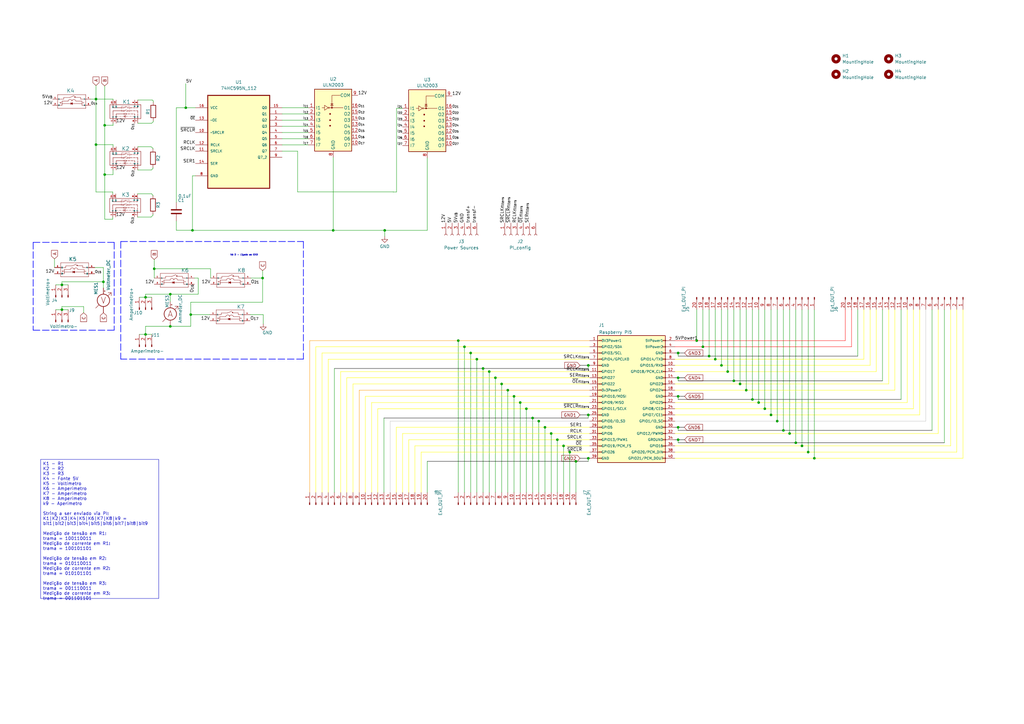
<source format=kicad_sch>
(kicad_sch (version 20231120) (generator "eeschema") (generator_version "8.0")
  (paper "A3")
  (junction (at 321.31 176.53))
  (junction (at 200.66 152.4))
  (junction (at 187.96 139.7))
  (junction (at 220.98 172.72))
  (junction (at 306.07 160.02))
  (junction (at 328.93 182.88))
  (junction (at 326.39 181.61))
  (junction (at 278.13 175.26))
  (junction (at 278.13 180.34))
  (junction (at 76.2 44.196))
  (junction (at 308.61 163.83))
  (junction (at 195.58 147.32))
  (junction (at 231.14 182.88))
  (junction (at 25.4 127))
  (junction (at 311.15 165.1))
  (junction (at 233.68 185.42))
  (junction (at 25.4 116.84))
  (junction (at 203.2 154.94))
  (junction (at 300.99 156.21))
  (junction (at 218.44 171.45))
  (junction (at 42.418 115.6031))
  (junction (at 42.926 51.3842))
  (junction (at 39.37 40.64))
  (junction (at 59.69 137.16))
  (junction (at 285.75 139.7))
  (junction (at 190.5 142.24))
  (junction (at 288.29 142.24))
  (junction (at 303.53 157.48))
  (junction (at 334.01 187.96))
  (junction (at 241.3 149.86))
  (junction (at 313.69 167.64))
  (junction (at 59.69 121.92))
  (junction (at 293.37 147.32))
  (junction (at 39.37 59.309))
  (junction (at 78.9432 94.4626))
  (junction (at 331.47 185.42))
  (junction (at 241.3 187.96))
  (junction (at 241.3 170.18))
  (junction (at 210.82 162.56))
  (junction (at 213.36 165.1))
  (junction (at 223.52 175.26))
  (junction (at 298.45 152.4))
  (junction (at 107.696 114.046))
  (junction (at 318.77 172.72))
  (junction (at 226.06 177.8))
  (junction (at 78.232 129.032))
  (junction (at 228.6 180.34))
  (junction (at 69.85 120.65))
  (junction (at 236.22 189.23))
  (junction (at 323.85 177.8))
  (junction (at 42.9329 71.6026))
  (junction (at 208.28 160.02))
  (junction (at 157.7848 94.488))
  (junction (at 215.9 167.64))
  (junction (at 278.13 162.56))
  (junction (at 63.246 110.236))
  (junction (at 198.12 151.13))
  (junction (at 295.91 149.86))
  (junction (at 278.13 144.78))
  (junction (at 193.04 144.78))
  (junction (at 136.652 94.488))
  (junction (at 278.13 154.94))
  (junction (at 69.85 133.858))
  (junction (at 290.83 146.05))
  (junction (at 205.74 157.48))
  (junction (at 316.23 170.18))
  (wire (pts (xy 298.45 127) (xy 298.45 152.4)))
  (wire (pts (xy 237.871 187.96) (xy 241.3 187.96)) (stroke (width 0) (color 0 0 0 1)))
  (wire (pts (xy 136.652 94.488) (xy 157.7848 94.488)))
  (wire (pts (xy 384.81 177.8) (xy 384.81 127)) (stroke (width 0) (color 255 255 0 1)))
  (wire (pts (xy 56.388 79.502) (xy 62.23 79.502)))
  (wire (pts (xy 276.86 182.88) (xy 328.93 182.88)) (stroke (width 0) (color 255 255 0 1)))
  (wire (pts (xy 165.1 177.8) (xy 165.1 201.93)) (stroke (width 0) (color 255 255 0 1)))
  (wire (pts (xy 326.39 127) (xy 326.39 181.61)))
  (wire (pts (xy 62.738 88.265) (xy 61.976 89.027)))
  (wire (pts (xy 42.926 71.6026) (xy 42.9329 71.6026)))
  (wire (pts (xy 276.86 185.42) (xy 331.47 185.42)) (stroke (width 0) (color 255 255 0 1)))
  (wire (pts (xy 132.08 144.78) (xy 193.04 144.78)) (stroke (width 0) (color 255 255 0 1)))
  (wire (pts (xy 162.6362 44.45) (xy 165.1 44.45)))
  (wire (pts (xy 323.85 127) (xy 323.85 177.8)))
  (wire (pts (xy 318.77 172.72) (xy 379.73 172.72)) (stroke (width 0) (color 194 194 194 1)))
  (wire (pts (xy 346.71 139.7) (xy 346.71 127)) (stroke (width 0) (color 255 0 0 1)))
  (wire (pts (xy 115.697 54.356) (xy 126.492 54.356)))
  (wire (pts (xy 172.72 185.42) (xy 233.68 185.42)) (stroke (width 0) (color 255 255 0 1)))
  (wire (pts (xy 115.697 59.436) (xy 126.492 59.436)))
  (wire (pts (xy 59.69 137.16) (xy 59.69 133.858)))
  (wire (pts (xy 213.36 165.1) (xy 213.36 201.93)))
  (wire (pts (xy 290.83 127) (xy 290.83 146.05)))
  (wire (pts (xy 62.738 60.833) (xy 61.976 60.198)))
  (wire (pts (xy 369.57 163.83) (xy 308.61 163.83)) (stroke (width 0) (color 0 0 0 1)))
  (wire (pts (xy 22.86 127) (xy 25.4 127)))
  (wire (pts (xy 78.232 133.858) (xy 78.232 129.032)))
  (wire (pts (xy 59.69 137.16) (xy 62.23 137.16)))
  (wire (pts (xy 57.15 121.92) (xy 59.69 121.92)))
  (wire (pts (xy 223.52 175.26) (xy 223.52 201.93)))
  (wire (pts (xy 190.5 142.24) (xy 241.808 142.24)) (stroke (width 0) (color 255 255 0 1)))
  (wire (pts (xy 86.36 114.046) (xy 86.36 110.236)))
  (wire (pts (xy 142.24 154.94) (xy 203.2 154.94)) (stroke (width 0) (color 255 255 0 1)))
  (wire (pts (xy 200.66 152.4) (xy 200.66 201.93)))
  (wire (pts (xy 63.246 110.236) (xy 63.246 114.046)))
  (wire (pts (xy 278.13 156.21) (xy 278.13 154.94)))
  (wire (pts (xy 38.862 109.728) (xy 42.418 109.728)))
  (wire (pts (xy 213.36 165.1) (xy 241.808 165.1)) (stroke (width 0) (color 255 255 0 1)))
  (wire (pts (xy 167.64 180.34) (xy 167.64 201.93)) (stroke (width 0) (color 255 255 0 1)))
  (wire (pts (xy 162.56 175.26) (xy 162.56 201.93)) (stroke (width 0) (color 255 255 0 1)))
  (wire (pts (xy 69.85 133.858) (xy 78.232 133.858)))
  (wire (pts (xy 62.865 41.402) (xy 62.484 41.021)))
  (wire (pts (xy 56.515 41.021) (xy 62.484 41.021)))
  (wire (pts (xy 22.352 106.172) (xy 22.352 109.728)))
  (wire (pts (xy 49.53 99.06) (xy 124.4346 99.06)) (stroke (width 0.254) (type dash) (color 0 0 255 1)))
  (wire (pts (xy 276.86 147.32) (xy 293.37 147.32)) (stroke (width 0) (color 255 255 0 1)))
  (wire (pts (xy 46.3296 51.3588) (xy 46.355 51.3588)))
  (wire (pts (xy 349.25 142.24) (xy 349.25 127)) (stroke (width 0) (color 255 0 0 1)))
  (wire (pts (xy 39.37 35.052) (xy 39.37 40.64)))
  (wire (pts (xy 69.85 120.65) (xy 59.69 120.65)))
  (wire (pts (xy 288.29 127) (xy 288.29 142.24)))
  (wire (pts (xy 46.355 59.309) (xy 39.37 59.309)))
  (wire (pts (xy 210.82 162.56) (xy 210.82 201.93)))
  (wire (pts (xy 276.86 167.64) (xy 313.69 167.64)) (stroke (width 0) (color 255 255 0 1)))
  (wire (pts (xy 154.94 167.64) (xy 215.9 167.64)) (stroke (width 0) (color 255 255 0 1)))
  (wire (pts (xy 276.86 152.4) (xy 298.45 152.4)) (stroke (width 0) (color 255 255 0 1)))
  (wire (pts (xy 236.22 189.23) (xy 241.3 189.23)) (stroke (width 0) (color 0 0 0 1)))
  (wire (pts (xy 361.95 156.21) (xy 300.99 156.21)) (stroke (width 0) (color 0 0 0 1)))
  (wire (pts (xy 78.9432 94.4626) (xy 78.9432 94.488)))
  (wire (pts (xy 326.39 181.61) (xy 278.13 181.61)) (stroke (width 0) (color 0 0 0 1)))
  (wire (pts (xy 237.871 149.86) (xy 241.3 149.86)) (stroke (width 0) (color 0 0 0 1)))
  (wire (pts (xy 220.98 172.72) (xy 220.98 201.93)))
  (wire (pts (xy 278.13 181.61) (xy 278.13 180.34)))
  (wire (pts (xy 175.26 201.93) (xy 175.26 189.23)))
  (wire (pts (xy 157.48 201.93) (xy 157.48 171.45)))
  (wire (pts (xy 233.68 185.42) (xy 241.808 185.42)) (stroke (width 0) (color 255 255 0 1)))
  (wire (pts (xy 226.06 177.8) (xy 241.808 177.8)) (stroke (width 0) (color 255 255 0 1)))
  (wire (pts (xy 313.69 167.64) (xy 374.65 167.64)) (stroke (width 0) (color 255 255 0 1)))
  (wire (pts (xy 278.13 175.26) (xy 280.67 175.26)) (stroke (width 0) (color 0 0 0 1)))
  (wire (pts (xy 226.06 177.8) (xy 226.06 201.93)))
  (wire (pts (xy 25.4 116.84) (xy 25.4 115.6031)))
  (wire (pts (xy 134.62 147.32) (xy 134.62 201.93)) (stroke (width 0) (color 255 255 0 1)))
  (wire (pts (xy 298.45 152.4) (xy 359.41 152.4)) (stroke (width 0) (color 255 255 0 1)))
  (wire (pts (xy 59.69 133.858) (xy 69.85 133.858)))
  (wire (pts (xy 394.97 187.96) (xy 394.97 127)) (stroke (width 0) (color 255 255 0 1)))
  (wire (pts (xy 328.93 127) (xy 328.93 182.88)))
  (wire (pts (xy 195.58 147.32) (xy 241.808 147.32)) (stroke (width 0) (color 255 255 0 1)))
  (wire (pts (xy 328.93 182.88) (xy 389.89 182.88)) (stroke (width 0) (color 255 255 0 1)))
  (wire (pts (xy 359.41 152.4) (xy 359.41 127)) (stroke (width 0) (color 255 255 0 1)))
  (wire (pts (xy 46.355 51.3588) (xy 46.355 50.546)))
  (wire (pts (xy 321.31 127) (xy 321.31 176.53)))
  (wire (pts (xy 69.85 120.65) (xy 69.85 123.698)))
  (wire (pts (xy 392.43 185.42) (xy 392.43 127)) (stroke (width 0) (color 255 255 0 1)))
  (wire (pts (xy 59.69 121.92) (xy 62.23 121.92)))
  (wire (pts (xy 161.3408 78.74) (xy 161.3408 78.7146)))
  (wire (pts (xy 122.047 61.976) (xy 122.047 78.7146)))
  (wire (pts (xy 228.6 180.34) (xy 228.6 201.93)))
  (wire (pts (xy 157.48 171.45) (xy 218.44 171.45)) (stroke (width 0) (color 0 0 0 1)))
  (wire (pts (xy 107.696 123.952) (xy 78.232 123.952)))
  (wire (pts (xy 42.926 35.2298) (xy 42.926 51.3842)))
  (wire (pts (xy 170.18 182.88) (xy 231.14 182.88)) (stroke (width 0) (color 255 255 0 1)))
  (wire (pts (xy 86.36 110.236) (xy 63.246 110.236)))
  (wire (pts (xy 295.91 127) (xy 295.91 149.86)))
  (wire (pts (xy 175.26 189.23) (xy 236.22 189.23)) (stroke (width 0) (color 0 0 0 1)))
  (wire (pts (xy 306.07 160.02) (xy 367.03 160.02)) (stroke (width 0) (color 255 255 0 1)))
  (wire (pts (xy 132.08 144.78) (xy 132.08 201.93)) (stroke (width 0) (color 255 255 0 1)))
  (wire (pts (xy 167.64 180.34) (xy 228.6 180.34)) (stroke (width 0) (color 255 255 0 1)))
  (wire (pts (xy 241.3 151.13) (xy 241.3 149.86)))
  (wire (pts (xy 42.926 51.3842) (xy 46.3296 51.3842)))
  (wire (pts (xy 79.756 114.046) (xy 81.28 114.046)))
  (wire (pts (xy 354.33 147.32) (xy 354.33 127)) (stroke (width 0) (color 255 255 0 1)))
  (wire (pts (xy 56.515 69.723) (xy 62.103 69.723)))
  (wire (pts (xy 278.13 154.94) (xy 280.797 154.94)) (stroke (width 0) (color 0 0 0 1)))
  (wire (pts (xy 62.738 68.707) (xy 62.738 69.088)))
  (wire (pts (xy 46.355 60.198) (xy 46.355 59.309)))
  (wire (pts (xy 46.228 78.74) (xy 46.228 79.502)))
  (wire (pts (xy 78.232 129.032) (xy 86.106 129.032)))
  (wire (pts (xy 46.8376 99.3902) (xy 46.8376 135.4328)) (stroke (width 0.254) (type dash) (color 0 0 255 1)))
  (wire (pts (xy 351.79 127) (xy 351.79 146.05)))
  (wire (pts (xy 122.047 78.7146) (xy 161.3408 78.7146)))
  (wire (pts (xy 237.871 170.18) (xy 241.3 170.18)) (stroke (width 0) (color 0 0 0 1)))
  (wire (pts (xy 129.54 142.24) (xy 129.54 201.93)) (stroke (width 0) (color 255 255 0 1)))
  (wire (pts (xy 187.96 139.7) (xy 241.808 139.7)) (stroke (width 0) (color 255 153 0 1)))
  (wire (pts (xy 241.3 189.23) (xy 241.3 187.96)))
  (wire (pts (xy 215.9 167.64) (xy 215.9 201.93)))
  (wire (pts (xy 62.865 49.911) (xy 62.23 50.546)))
  (wire (pts (xy 233.68 185.42) (xy 233.68 201.93)))
  (wire (pts (xy 218.44 171.45) (xy 218.44 201.93)))
  (wire (pts (xy 127 139.7) (xy 127 201.93)) (stroke (width 0) (color 255 153 0 1)))
  (wire (pts (xy 278.13 176.53) (xy 278.13 175.26)))
  (wire (pts (xy 361.95 127) (xy 361.95 156.21)))
  (wire (pts (xy 34.29 125.73) (xy 25.4 125.73)))
  (wire (pts (xy 377.19 170.18) (xy 377.19 127)) (stroke (width 0) (color 255 255 0 1)))
  (wire (pts (xy 39.37 78.74) (xy 46.228 78.74)))
  (wire (pts (xy 139.7 152.4) (xy 139.7 201.93)) (stroke (width 0) (color 255 255 0 1)))
  (wire (pts (xy 285.75 127) (xy 285.75 139.7)))
  (wire (pts (xy 372.11 165.1) (xy 372.11 127)) (stroke (width 0) (color 255 255 0 1)))
  (wire (pts (xy 198.12 151.13) (xy 198.12 201.93)))
  (wire (pts (xy 76.2 44.196) (xy 80.137 44.196)))
  (wire (pts (xy 137.16 201.93) (xy 137.16 151.13)))
  (wire (pts (xy 115.697 49.276) (xy 126.492 49.276)))
  (wire (pts (xy 321.31 176.53) (xy 278.13 176.53)) (stroke (width 0) (color 0 0 0 1)))
  (wire (pts (xy 331.47 185.42) (xy 392.43 185.42)) (stroke (width 0) (color 255 255 0 1)))
  (wire (pts (xy 107.696 110.998) (xy 107.696 114.046)))
  (wire (pts (xy 72.3392 94.4626) (xy 78.9432 94.4626)))
  (wire (pts (xy 223.52 175.26) (xy 241.808 175.26)) (stroke (width 0) (color 255 255 0 1)))
  (wire (pts (xy 39.37 59.309) (xy 39.37 78.74)))
  (wire (pts (xy 293.37 147.32) (xy 354.33 147.32)) (stroke (width 0) (color 255 255 0 1)))
  (wire (pts (xy 205.74 157.48) (xy 241.808 157.48)) (stroke (width 0) (color 255 255 0 1)))
  (wire (pts (xy 303.53 157.48) (xy 364.49 157.48)) (stroke (width 0) (color 255 255 0 1)))
  (wire (pts (xy 303.53 127) (xy 303.53 157.48)))
  (wire (pts (xy 236.22 189.23) (xy 236.22 201.93)))
  (wire (pts (xy 46.3296 51.3588) (xy 46.3296 51.3842)))
  (wire (pts (xy 203.2 154.94) (xy 241.808 154.94)) (stroke (width 0) (color 255 255 0 1)))
  (wire (pts (xy 220.98 172.72) (xy 241.808 172.72)) (stroke (width 0) (color 194 194 194 1)))
  (wire (pts (xy 276.86 175.26) (xy 278.13 175.26)) (stroke (width 0) (color 0 0 0 1)))
  (wire (pts (xy 278.13 180.34) (xy 280.797 180.34)) (stroke (width 0) (color 0 0 0 1)))
  (wire (pts (xy 241.3 187.96) (xy 241.808 187.96)) (stroke (width 0) (color 0 0 0 1)))
  (wire (pts (xy 323.85 177.8) (xy 384.81 177.8)) (stroke (width 0) (color 255 255 0 1)))
  (wire (pts (xy 215.9 167.64) (xy 241.808 167.64)) (stroke (width 0) (color 255 255 0 1)))
  (wire (pts (xy 42.9329 71.6026) (xy 46.355 71.6026)))
  (wire (pts (xy 318.77 127) (xy 318.77 172.72)))
  (wire (pts (xy 102.87 114.046) (xy 107.696 114.046)))
  (wire (pts (xy 374.65 167.64) (xy 374.65 127)) (stroke (width 0) (color 255 255 0 1)))
  (wire (pts (xy 308.61 163.83) (xy 278.13 163.83)) (stroke (width 0) (color 0 0 0 1)))
  (wire (pts (xy 42.418 115.6031) (xy 42.418 118.11)))
  (wire (pts (xy 34.29 128.27) (xy 34.29 125.73)))
  (wire (pts (xy 316.23 170.18) (xy 377.19 170.18)) (stroke (width 0) (color 255 255 0 1)))
  (wire (pts (xy 193.04 144.78) (xy 193.04 201.93)))
  (wire (pts (xy 152.4 165.1) (xy 152.4 201.93)) (stroke (width 0) (color 255 255 0 1)))
  (wire (pts (xy 162.56 175.26) (xy 223.52 175.26)) (stroke (width 0) (color 255 255 0 1)))
  (wire (pts (xy 356.87 149.86) (xy 356.87 127)) (stroke (width 0) (color 255 255 0 1)))
  (wire (pts (xy 149.86 162.56) (xy 149.86 201.93)) (stroke (width 0) (color 255 255 0 1)))
  (wire (pts (xy 149.86 162.56) (xy 210.82 162.56)) (stroke (width 0) (color 255 255 0 1)))
  (wire (pts (xy 129.54 142.24) (xy 190.5 142.24)) (stroke (width 0) (color 255 255 0 1)))
  (wire (pts (xy 46.355 40.64) (xy 46.355 41.021)))
  (wire (pts (xy 276.86 180.34) (xy 278.13 180.34)) (stroke (width 0) (color 0 0 0 1)))
  (wire (pts (xy 62.738 80.137) (xy 62.23 79.502)))
  (wire (pts (xy 276.86 165.1) (xy 311.15 165.1)) (stroke (width 0) (color 255 255 0 1)))
  (wire (pts (xy 62.738 61.087) (xy 62.738 60.833)))
  (wire (pts (xy 62.738 69.088) (xy 62.103 69.723)))
  (wire (pts (xy 210.82 162.56) (xy 241.808 162.56)) (stroke (width 0) (color 255 255 0 1)))
  (wire (pts (xy 316.23 127) (xy 316.23 170.18)))
  (wire (pts (xy 187.96 139.7) (xy 187.96 201.93)))
  (wire (pts (xy 308.61 127) (xy 308.61 163.83)))
  (wire (pts (xy 46.8376 135.4328) (xy 13.6144 135.4328)) (stroke (width 0.254) (type dash) (color 0 0 255 1)))
  (wire (pts (xy 276.86 144.78) (xy 278.13 144.78)) (stroke (width 0) (color 0 0 0 1)))
  (wire (pts (xy 49.53 99.06) (xy 49.53 147.2946)) (stroke (width 0.254) (type dash) (color 0 0 255 1)))
  (wire (pts (xy 276.86 139.7) (xy 285.75 139.7)) (stroke (width 0) (color 255 0 0 1)))
  (wire (pts (xy 72.3392 90.6272) (xy 72.3392 94.4626)))
  (wire (pts (xy 170.18 182.88) (xy 170.18 201.93)) (stroke (width 0) (color 255 255 0 1)))
  (wire (pts (xy 203.2 154.94) (xy 203.2 201.93)))
  (wire (pts (xy 134.62 147.32) (xy 195.58 147.32)) (stroke (width 0) (color 255 255 0 1)))
  (wire (pts (xy 334.01 187.96) (xy 394.97 187.96)) (stroke (width 0) (color 255 255 0 1)))
  (wire (pts (xy 42.418 109.728) (xy 42.418 115.6031)))
  (wire (pts (xy 172.72 185.42) (xy 172.72 201.93)) (stroke (width 0) (color 255 255 0 1)))
  (wire (pts (xy 295.91 149.86) (xy 356.87 149.86)) (stroke (width 0) (color 255 255 0 1)))
  (wire (pts (xy 115.697 44.196) (xy 126.492 44.196)))
  (wire (pts (xy 311.15 127) (xy 311.15 165.1)))
  (wire (pts (xy 124.4346 99.06) (xy 124.4346 147.2946)) (stroke (width 0.254) (type dash) (color 0 0 255 1)))
  (wire (pts (xy 160.02 172.72) (xy 220.98 172.72)) (stroke (width 0) (color 194 194 194 1)))
  (wire (pts (xy 127 139.7) (xy 187.96 139.7)) (stroke (width 0) (color 255 153 0 1)))
  (wire (pts (xy 285.75 139.7) (xy 346.71 139.7)) (stroke (width 0) (color 255 0 0 1)))
  (wire (pts (xy 306.07 127) (xy 306.07 160.02)))
  (wire (pts (xy 293.37 127) (xy 293.37 147.32)))
  (wire (pts (xy 81.28 114.046) (xy 81.28 120.65)))
  (wire (pts (xy 198.12 151.13) (xy 241.3 151.13)) (stroke (width 0) (color 0 0 0 1)))
  (wire (pts (xy 115.697 61.976) (xy 122.047 61.976)))
  (wire (pts (xy 367.03 160.02) (xy 367.03 127)) (stroke (width 0) (color 255 255 0 1)))
  (wire (pts (xy 334.01 127) (xy 334.01 187.96)))
  (wire (pts (xy 42.9329 89.916) (xy 42.9329 71.6026)))
  (wire (pts (xy 154.94 167.64) (xy 154.94 201.93)) (stroke (width 0) (color 255 255 0 1)))
  (wire (pts (xy 72.3392 44.196) (xy 76.2 44.196)))
  (wire (pts (xy 382.27 176.53) (xy 321.31 176.53)) (stroke (width 0) (color 0 0 0 1)))
  (wire (pts (xy 278.13 162.56) (xy 280.797 162.56)) (stroke (width 0) (color 0 0 0 1)))
  (wire (pts (xy 241.3 149.86) (xy 241.808 149.86)) (stroke (width 0) (color 0 0 0 1)))
  (wire (pts (xy 208.28 160.02) (xy 241.808 160.02)) (stroke (width 0) (color 255 153 0 1)))
  (wire (pts (xy 276.86 177.8) (xy 323.85 177.8)) (stroke (width 0) (color 255 255 0 1)))
  (wire (pts (xy 200.66 152.4) (xy 241.808 152.4)) (stroke (width 0) (color 255 255 0 1)))
  (wire (pts (xy 62.738 80.264) (xy 62.738 80.137)))
  (wire (pts (xy 22.86 116.84) (xy 25.4 116.84)))
  (wire (pts (xy 364.49 157.48) (xy 364.49 127)) (stroke (width 0) (color 255 255 0 1)))
  (wire (pts (xy 331.47 127) (xy 331.47 185.42)))
  (wire (pts (xy 231.14 182.88) (xy 241.808 182.88)) (stroke (width 0) (color 255 255 0 1)))
  (wire (pts (xy 80.137 72.136) (xy 78.9432 72.136)))
  (wire (pts (xy 387.35 181.61) (xy 326.39 181.61)) (stroke (width 0) (color 0 0 0 1)))
  (wire (pts (xy 115.697 51.816) (xy 126.492 51.816)))
  (wire (pts (xy 162.6362 44.45) (xy 162.6362 78.74)))
  (wire (pts (xy 218.44 171.45) (xy 241.3 171.45)) (stroke (width 0) (color 0 0 0 1)))
  (wire (pts (xy 78.232 123.952) (xy 78.232 129.032)))
  (wire (pts (xy 78.9432 94.488) (xy 136.652 94.488)))
  (wire (pts (xy 389.89 182.88) (xy 389.89 127)) (stroke (width 0) (color 255 255 0 1)))
  (wire (pts (xy 13.6144 99.3902) (xy 13.6144 135.4328)) (stroke (width 0.254) (type dash) (color 0 0 255 1)))
  (wire (pts (xy 278.13 144.78) (xy 280.797 144.78)) (stroke (width 0) (color 0 0 0 1)))
  (wire (pts (xy 107.696 114.046) (xy 107.696 123.952)))
  (wire (pts (xy 13.6144 99.3902) (xy 46.8376 99.3902)) (stroke (width 0.254) (type dash) (color 0 0 255 1)))
  (wire (pts (xy 39.37 40.64) (xy 46.355 40.64)))
  (wire (pts (xy 208.28 160.02) (xy 208.28 201.93)))
  (wire (pts (xy 288.29 142.24) (xy 349.25 142.24)) (stroke (width 0) (color 255 0 0 1)))
  (wire (pts (xy 276.86 187.96) (xy 334.01 187.96)) (stroke (width 0) (color 255 255 0 1)))
  (wire (pts (xy 195.58 147.32) (xy 195.58 201.93)))
  (wire (pts (xy 160.02 172.72) (xy 160.02 201.93)) (stroke (width 0) (color 194 194 194 1)))
  (wire (pts (xy 165.1 177.8) (xy 226.06 177.8)) (stroke (width 0) (color 255 255 0 1)))
  (wire (pts (xy 351.79 146.05) (xy 290.83 146.05)) (stroke (width 0) (color 0 0 0 1)))
  (wire (pts (xy 175.26 64.77) (xy 175.26 94.488)))
  (wire (pts (xy 276.86 149.86) (xy 295.91 149.86)) (stroke (width 0) (color 255 255 0 1)))
  (wire (pts (xy 115.697 56.896) (xy 126.492 56.896)))
  (wire (pts (xy 59.69 120.65) (xy 59.69 121.92)))
  (wire (pts (xy 300.99 127) (xy 300.99 156.21)))
  (wire (pts (xy 37.2364 40.64) (xy 39.37 40.64)))
  (wire (pts (xy 190.5 142.24) (xy 190.5 201.93)))
  (wire (pts (xy 193.04 144.78) (xy 241.808 144.78)) (stroke (width 0) (color 255 255 0 1)))
  (wire (pts (xy 136.652 64.516) (xy 136.652 94.488)))
  (wire (pts (xy 278.13 146.05) (xy 278.13 144.78)))
  (wire (pts (xy 152.4 165.1) (xy 213.36 165.1)) (stroke (width 0) (color 255 255 0 1)))
  (wire (pts (xy 62.738 87.884) (xy 62.738 88.265)))
  (wire (pts (xy 228.6 180.34) (xy 241.808 180.34)) (stroke (width 0) (color 255 255 0 1)))
  (wire (pts (xy 147.32 160.02) (xy 208.28 160.02)) (stroke (width 0) (color 255 153 0 1)))
  (wire (pts (xy 278.13 163.83) (xy 278.13 162.56)))
  (wire (pts (xy 144.78 157.48) (xy 144.78 201.93)) (stroke (width 0) (color 255 255 0 1)))
  (wire (pts (xy 387.35 127) (xy 387.35 181.61)))
  (wire (pts (xy 115.697 46.736) (xy 126.492 46.736)))
  (wire (pts (xy 313.69 127) (xy 313.69 167.64)))
  (wire (pts (xy 157.7848 94.488) (xy 157.7848 96.9518)))
  (wire (pts (xy 25.4 116.84) (xy 27.94 116.84)))
  (wire (pts (xy 25.4 115.6031) (xy 42.418 115.6031)))
  (wire (pts (xy 25.4 125.73) (xy 25.4 127)))
  (wire (pts (xy 72.3392 83.0072) (xy 72.3392 44.196)))
  (wire (pts (xy 379.73 172.72) (xy 379.73 127)) (stroke (width 0) (color 194 194 194 1)))
  (wire (pts (xy 161.3408 78.74) (xy 162.6362 78.74)))
  (wire (pts (xy 276.86 160.02) (xy 306.07 160.02)) (stroke (width 0) (color 255 255 0 1)))
  (wire (pts (xy 369.57 127) (xy 369.57 163.83)))
  (wire (pts (xy 157.7848 94.488) (xy 175.26 94.488)))
  (wire (pts (xy 137.16 151.13) (xy 198.12 151.13)) (stroke (width 0) (color 0 0 0 1)))
  (wire (pts (xy 39.37 40.64) (xy 39.37 59.309)))
  (wire (pts (xy 276.86 162.56) (xy 278.13 162.56)) (stroke (width 0) (color 0 0 0 1)))
  (wire (pts (xy 276.86 172.72) (xy 318.77 172.72)) (stroke (width 0) (color 194 194 194 1)))
  (wire (pts (xy 107.95 129.032) (xy 107.95 132.842)))
  (wire (pts (xy 205.74 157.48) (xy 205.74 201.93)))
  (wire (pts (xy 102.616 129.032) (xy 107.95 129.032)))
  (wire (pts (xy 241.3 170.18) (xy 241.808 170.18)) (stroke (width 0) (color 0 0 0 1)))
  (wire (pts (xy 382.27 127) (xy 382.27 176.53)))
  (wire (pts (xy 56.515 60.198) (xy 61.976 60.198)))
  (wire (pts (xy 46.228 89.916) (xy 42.9329 89.916)))
  (wire (pts (xy 276.86 157.48) (xy 303.53 157.48)) (stroke (width 0) (color 255 255 0 1)))
  (wire (pts (xy 42.926 51.3842) (xy 42.926 71.6026)))
  (wire (pts (xy 78.9432 72.136) (xy 78.9432 94.4626)))
  (wire (pts (xy 62.865 49.53) (xy 62.865 49.911)))
  (wire (pts (xy 144.78 157.48) (xy 205.74 157.48)) (stroke (width 0) (color 255 255 0 1)))
  (wire (pts (xy 276.86 142.24) (xy 288.29 142.24)) (stroke (width 0) (color 255 0 0 1)))
  (wire (pts (xy 124.4346 147.2946) (xy 49.53 147.2946)) (stroke (width 0.254) (type dash) (color 0 0 255 1)))
  (wire (pts (xy 139.7 152.4) (xy 200.66 152.4)) (stroke (width 0) (color 255 255 0 1)))
  (wire (pts (xy 46.355 69.723) (xy 46.355 71.6026)))
  (wire (pts (xy 62.865 41.91) (xy 62.865 41.402)))
  (wire (pts (xy 300.99 156.21) (xy 278.13 156.21)) (stroke (width 0) (color 0 0 0 1)))
  (wire (pts (xy 25.4 127) (xy 27.94 127)))
  (wire (pts (xy 241.3 171.45) (xy 241.3 170.18)))
  (wire (pts (xy 290.83 146.05) (xy 278.13 146.05)) (stroke (width 0) (color 0 0 0 1)))
  (wire (pts (xy 63.246 106.426) (xy 63.246 110.236)))
  (wire (pts (xy 56.515 50.546) (xy 62.23 50.546)))
  (wire (pts (xy 231.14 182.88) (xy 231.14 201.93)))
  (wire (pts (xy 76.2 34.29) (xy 76.2 44.196)))
  (wire (pts (xy 81.28 120.65) (xy 69.85 120.65)))
  (wire (pts (xy 56.388 89.027) (xy 61.976 89.027)))
  (wire (pts (xy 311.15 165.1) (xy 372.11 165.1)) (stroke (width 0) (color 255 255 0 1)))
  (wire (pts (xy 276.86 154.94) (xy 278.13 154.94)) (stroke (width 0) (color 0 0 0 1)))
  (wire (pts (xy 142.24 154.94) (xy 142.24 201.93)) (stroke (width 0) (color 255 255 0 1)))
  (wire (pts (xy 46.228 89.916) (xy 46.228 89.027)))
  (wire (pts (xy 57.15 137.16) (xy 59.69 137.16)))
  (wire (pts (xy 276.86 170.18) (xy 316.23 170.18)) (stroke (width 0) (color 255 255 0 1)))
  (wire (pts (xy 147.32 160.02) (xy 147.32 201.93)) (stroke (width 0) (color 255 153 0 1)))
  (text_box "K1 - R1\nK2 - R2\nK3 - R3\nK4 - Fonte 5V\nK5 - Voltímetro\nK6 - Amperímetro\nK7 - Amperímetro\nK8 - Amperímetro\nk9 - Aperímetro\n\nString a ser enviado via PI: \nK1|K2|K3|K4|K5|K6|K7|K8|k9 = bit1|bit2|bit3|bit4|bit5|bit6|bit7|bit8|bit9\n\nMedição de tensão em R1:\ntrama = 100110011\nMedição de corrente em R1:\ntrama = 100101101\n\nMedição de tensão em R2:\ntrama = 010110011\nMedição de corrente em R2:\ntrama = 010101101\n\nMedição de tensão em R3:\ntrama = 001110011\nMedição de corrente em R3:\ntrama = 001101101\n" (at 16.637 188.4426 0) (size 48.4886 57.023) (effects (font (size 1.27 1.27)) (justify left top)))
  (text "Nó D - Ligado ao GND" (at 94.361 105.029 0) (effects (font (size 0.635 0.635)) (justify left bottom)))
  (label "12V" (at 47.625 69.723 0))
  (label "O_{11}" (at 55.245 50.546 270) (effects (font (size 1 1))))
  (label "RCLK" (at 80.137 59.436 180))
  (label "I_{15}" (at 126.4412 54.356 180) (effects (font (size 1 1))))
  (label "O_{11}" (at 146.812 44.196 0) (effects (font (size 1 1))))
  (label "SRCLK" (at 80.137 61.976 180))
  (label "I_{25}" (at 165.1 54.61 180) (effects (font (size 1 1))))
  (label "I_{21}" (at 165.1 44.45 180) (effects (font (size 1 1))))
  (label "I_{24}" (at 165.1 52.07 180) (effects (font (size 1 1))))
  (label "I_{22}" (at 165.1 46.99 180) (effects (font (size 1 1))))
  (label "~{SRCLR}_{filters}" (at 209.55 91.44 90))
  (label "I_{11}" (at 126.492 44.196 180) (effects (font (size 1 1))))
  (label "RCLK" (at 238.76 177.8 180))
  (label "O_{23}" (at 185.42 49.53 0) (effects (font (size 1 1))))
  (label "I_{17}" (at 126.492 59.436 180) (effects (font (size 1 1))))
  (label "O_{21}" (at 185.42 44.45 0) (effects (font (size 1 1))))
  (label "O_{17}" (at 102.616 131.572 0))
  (label "O_{21}" (at 102.87 116.586 0))
  (label "~{OE}" (at 80.137 49.276 180) (effects (font (size 1 1))))
  (label "12V" (at 22.352 112.268 180))
  (label "I_{12}" (at 126.492 46.736 180) (effects (font (size 1 1))))
  (label "12V" (at 182.88 91.44 90))
  (label "12V" (at 185.42 39.37 0))
  (label "O_{26}" (at 185.42 57.15 0) (effects (font (size 1 1))))
  (label "I_{26}" (at 165.1 57.15 180) (effects (font (size 1 1))))
  (label "O_{12}" (at 146.812 46.736 0) (effects (font (size 1 1))))
  (label "O_{15}" (at 38.862 112.268 0) (effects (font (size 1 1))))
  (label "O_{14}" (at 146.812 51.816 0) (effects (font (size 1 1))))
  (label "5V" (at 185.42 91.44 90))
  (label "SER_{filters}" (at 217.17 91.44 90))
  (label "~{OE}_{filters}" (at 241.808 157.48 180))
  (label "O_{14}" (at 37.2364 43.18 0) (effects (font (size 1 1))))
  (label "O_{16}" (at 79.756 116.586 270))
  (label "SRCLK_{filters}" (at 207.01 91.44 90))
  (label "O_{27}" (at 185.42 59.69 0) (effects (font (size 1 1))))
  (label "O_{25}" (at 185.42 54.61 0) (effects (font (size 1 1))))
  (label "~{SRCLR}" (at 238.76 185.42 180))
  (label "12V" (at 47.498 89.027 0))
  (label "5V" (at 76.2 34.29 0))
  (label "O_{13}" (at 146.812 49.276 0) (effects (font (size 1 1))))
  (label "12V" (at 63.246 116.586 180))
  (label "5VPower1" (at 276.86 139.7 0))
  (label "SRCLK_{filters}" (at 241.808 147.32 180))
  (label "O_{12}" (at 55.245 69.723 270) (effects (font (size 1 1))))
  (label "~{OE}_{filters}" (at 214.63 91.44 90))
  (label "I_{23}" (at 165.1 49.53 180) (effects (font (size 1 1))))
  (label "SER_{filters}" (at 241.808 154.94 180))
  (label "~{SRCLR}" (at 80.137 54.356 180))
  (label "GND" (at 190.5 91.44 90))
  (label "12V" (at 86.106 131.572 180))
  (label "O_{24}" (at 185.42 52.07 0) (effects (font (size 1 1))))
  (label "transf+" (at 193.04 91.44 90))
  (label "SRCLK" (at 238.76 180.34 180))
  (label "I_{13}" (at 126.492 49.276 180) (effects (font (size 1 1))))
  (label "I_{14}" (at 126.4666 51.816 180) (effects (font (size 1 1))))
  (label "12V" (at 86.36 116.586 180))
  (label "SER1" (at 238.76 175.26 180))
  (label "~{OE}" (at 238.76 182.88 180))
  (label "O_{17}" (at 146.812 59.436 0) (effects (font (size 1 1))))
  (label "12V" (at 146.812 39.116 0))
  (label "SER1" (at 80.137 67.056 180))
  (label "O_{13}" (at 55.118 89.027 270) (effects (font (size 1 1))))
  (label "I_{27}" (at 165.1 59.69 180) (effects (font (size 1 1))))
  (label "12V" (at 21.59 43.18 180))
  (label "I_{16}" (at 126.492 56.896 180) (effects (font (size 1 1))))
  (label "~{SRCLR}_{filters}" (at 241.808 167.64 180))
  (label "O_{22}" (at 185.42 46.99 0) (effects (font (size 1 1))))
  (label "RCLK_{filters}" (at 241.808 152.4 180))
  (label "O_{15}" (at 146.812 54.356 0) (effects (font (size 1 1))))
  (label "5V_{VB}" (at 187.96 91.44 90))
  (label "RCLK_{filters}" (at 212.09 91.44 90))
  (label "12V" (at 47.625 50.546 0))
  (label "5V_{VB}" (at 21.59 40.64 180))
  (label "O_{16}" (at 146.812 56.896 0) (effects (font (size 1 1))))
  (label "transf-" (at 195.58 91.44 90))
  (global_label "GND1" (shape input) (at 237.871 170.18 180) (property "Intersheetrefs" "${INTERSHEET_REFS}" (effects (hide yes))))
  (global_label "A" (shape input) (at 39.37 35.052 90) (property "Intersheetrefs" "${INTERSHEET_REFS}" (effects (hide yes))))
  (global_label "C" (shape input) (at 42.418 128.27 270) (property "Intersheetrefs" "${INTERSHEET_REFS}" (effects (hide yes))))
  (global_label "B" (shape input) (at 42.926 35.2298 90) (property "Intersheetrefs" "${INTERSHEET_REFS}" (effects (hide yes))))
  (global_label "C" (shape input) (at 107.696 110.998 90) (property "Intersheetrefs" "${INTERSHEET_REFS}" (effects (hide yes))))
  (global_label "B" (shape input) (at 63.246 106.426 90) (property "Intersheetrefs" "${INTERSHEET_REFS}" (effects (hide yes))))
  (global_label "GND3" (shape input) (at 280.797 144.78 0) (property "Intersheetrefs" "${INTERSHEET_REFS}" (effects (hide yes))))
  (global_label "GND6" (shape input) (at 280.67 175.26 0) (property "Intersheetrefs" "${INTERSHEET_REFS}" (effects (hide yes))))
  (global_label "GND7" (shape input) (at 280.797 180.34 0) (property "Intersheetrefs" "${INTERSHEET_REFS}" (effects (hide yes))))
  (global_label "GND2" (shape input) (at 237.871 187.96 180) (property "Intersheetrefs" "${INTERSHEET_REFS}" (effects (hide yes))))
  (global_label "C" (shape input) (at 34.29 128.27 270) (property "Intersheetrefs" "${INTERSHEET_REFS}" (effects (hide yes))))
  (global_label "GND5" (shape input) (at 280.797 162.56 0) (property "Intersheetrefs" "${INTERSHEET_REFS}" (effects (hide yes))))
  (global_label "A" (shape input) (at 22.352 106.172 90) (property "Intersheetrefs" "${INTERSHEET_REFS}" (effects (hide yes))))
  (global_label "GND" (shape input) (at 237.871 149.86 180) (property "Intersheetrefs" "${INTERSHEET_REFS}" (effects (hide yes))))
  (global_label "GND4" (shape input) (at 280.797 154.94 0) (property "Intersheetrefs" "${INTERSHEET_REFS}" (effects (hide yes))))
  (symbol (lib_id "Device:R") (at 62.865 45.72 180) (unit 1)
    (property "Reference" "R1" (effects (hide yes)))
    (property "Value" "R1" (at 60.706 45.72 90))
    (property "Footprint" "Resistor_THT:R_Axial_DIN0207_L6.3mm_D2.5mm_P15.24mm_Horizontal" (effects (hide yes)))
  )
  (symbol (lib_id "Connector:Conn_01x20_Pin") (at 311.15 121.92 270) (unit 1)
    (property "Reference" "J5" (at 281.94 128.016 0) (effects (justify right)))
    (property "Value" "Ext_OUT_PI" (at 280.416 128.016 0) (effects (justify right)))
    (property "Footprint" "Connector_PinHeader_2.54mm:PinHeader_1x20_P2.54mm_Vertical" (effects (hide yes)))
    (property "Description" "Generic connector, single row, 01x20, script generated" (effects (hide yes)))
  )
  (symbol (lib_name "3570-1331-123_1") (lib_id "3570-1331-123:3570-1331-123") (at 10.287 105.918 0) (unit 1)
    (property "Reference" "K5" (at 29.845 106.299 0) (effects (font (size 1.524 1.524))))
    (property "Value" "3570-1331-123" (effects (hide yes)))
    (property "Footprint" "rele_SPST_tese:SIP_3570-1331_COM" (effects (hide yes)))
    (property "Datasheet" "3570-1331-051" (effects (hide yes)))
  )
  (symbol (lib_id "3572-1220-123:3572-1220-123") (at 51.308 78.867 0) (unit 1)
    (property "Reference" "K3" (at 49.911 79.883 0) (effects (font (size 1.524 1.524)) (justify left)))
    (property "Value" "3572-1220-123" (effects (hide yes)))
    (property "Footprint" "rele_DPST_tese:RELAY8_3572-1220-053_COM" (effects (hide yes)))
    (property "Datasheet" "3572-1220-053" (effects (hide yes)))
  )
  (symbol (lib_name "3570-1331-123_1") (lib_id "3570-1331-123:3570-1331-123") (at 51.181 110.236 0) (unit 1)
    (property "Reference" "K6" (at 75.8952 110.871 0) (effects (font (size 1.524 1.524))))
    (property "Value" "3570-1331-123" (effects (hide yes)))
    (property "Footprint" "rele_SPST_tese:SIP_3570-1331_COM" (effects (hide yes)))
    (property "Datasheet" "3570-1331-051" (effects (hide yes)))
  )
  (symbol (lib_id "Connector:Conn_01x03_Pin") (at 25.4 121.92 90) (unit 1)
    (property "Reference" "J4" (at 22.352 123.19 90))
    (property "Value" "Voltimetro+" (at 19.558 119.634 0))
    (property "Footprint" "Connector_PinHeader_2.54mm:PinHeader_1x03_P2.54mm_Vertical" (effects (hide yes)))
    (property "Description" "Generic connector, single row, 01x03, script generated" (effects (hide yes)))
  )
  (symbol (lib_id "Connector:Conn_01x03_Pin") (at 59.69 142.24 90) (unit 1)
    (property "Reference" "J11" (at 63.754 137.414 90))
    (property "Value" "Amperimetro-" (at 60.452 144.018 90))
    (property "Footprint" "Connector_PinHeader_2.54mm:PinHeader_1x03_P2.54mm_Vertical" (effects (hide yes)))
    (property "Description" "Generic connector, single row, 01x03, script generated" (effects (hide yes)))
  )
  (symbol (lib_id "Mechanical:MountingHole") (at 364.49 24.13 0) (unit 1) (exclude_from_sim yes) (in_bom no)
    (property "Reference" "H3" (at 367.03 22.8599 0) (effects (justify left)))
    (property "Value" "MountingHole" (at 367.03 25.3999 0) (effects (justify left)))
    (property "Footprint" "MountingHole:MountingHole_3.2mm_M3" (effects (hide yes)))
    (property "Description" "Mounting Hole without connection" (effects (hide yes)))
  )
  (symbol (lib_id "Connector:Conn_01x03_Pin") (at 25.4 132.08 90) (unit 1)
    (property "Reference" "J9" (at 29.464 127.254 90))
    (property "Value" "Voltimetro-" (at 26.162 133.858 90))
    (property "Footprint" "Connector_PinHeader_2.54mm:PinHeader_1x03_P2.54mm_Vertical" (effects (hide yes)))
    (property "Description" "Generic connector, single row, 01x03, script generated" (effects (hide yes)))
  )
  (symbol (lib_id "Connector:Conn_01x06_Socket") (at 212.09 96.52 90) (mirror x) (unit 1)
    (property "Reference" "J2" (at 213.36 99.06 90))
    (property "Value" "PI_config" (at 213.36 101.6 90))
    (property "Footprint" "Connector_PinSocket_2.54mm:PinSocket_1x06_P2.54mm_Vertical" (effects (hide yes)))
    (property "Description" "Generic connector, single row, 01x06, script generated" (effects (hide yes)))
  )
  (symbol (lib_id "Device:R") (at 62.738 84.074 0) (unit 1)
    (property "Reference" "R3" (effects (hide yes)))
    (property "Value" "R3" (at 64.897 84.074 90))
    (property "Footprint" "Resistor_THT:R_Axial_DIN0207_L6.3mm_D2.5mm_P15.24mm_Horizontal" (effects (hide yes)))
  )
  (symbol (lib_id "Connector:Conn_01x20_Pin") (at 149.86 207.01 90) (unit 1)
    (property "Reference" "J8" (at 179.07 200.914 0) (effects (justify right)))
    (property "Value" "Ext_OUT_PI" (at 180.594 200.914 0) (effects (justify right)))
    (property "Footprint" "Connector_PinHeader_2.54mm:PinHeader_1x20_P2.54mm_Vertical" (effects (hide yes)))
    (property "Description" "Generic connector, single row, 01x20, script generated" (effects (hide yes)))
  )
  (symbol (lib_id "Connector:Conn_01x20_Pin") (at 372.11 121.92 270) (unit 1)
    (property "Reference" "J6" (at 342.9 128.016 0) (effects (justify right)))
    (property "Value" "Ext_OUT_PI" (at 341.376 128.016 0) (effects (justify right)))
    (property "Footprint" "Connector_PinHeader_2.54mm:PinHeader_1x20_P2.54mm_Vertical" (effects (hide yes)))
    (property "Description" "Generic connector, single row, 01x20, script generated" (effects (hide yes)))
  )
  (symbol (lib_id "Connector:Conn_01x06_Socket") (at 187.96 96.52 90) (mirror x) (unit 1)
    (property "Reference" "J3" (at 189.23 99.06 90))
    (property "Value" "Power Sources" (at 189.23 101.6 90))
    (property "Footprint" "Connector_PinSocket_2.54mm:PinSocket_1x06_P2.54mm_Vertical" (effects (hide yes)))
    (property "Description" "Generic connector, single row, 01x06, script generated" (effects (hide yes)))
  )
  (symbol (lib_id "Device:C") (at 72.3392 86.8172 0) (unit 1)
    (property "Reference" "C1" (at 72.9488 82.1436 0) (effects (justify left)))
    (property "Value" "0.1uF" (at 73.0758 80.4164 0) (effects (justify left)))
    (property "Footprint" "Capacitor_THT:C_Disc_D5.0mm_W2.5mm_P2.50mm" (effects (hide yes)))
  )
  (symbol (lib_id "Transistor_Array:ULN2003") (at 136.652 49.276 0) (unit 1)
    (property "Reference" "U2" (at 136.652 32.4317 0))
    (property "Value" "ULN2003" (at 136.652 34.8559 0))
    (property "Footprint" "Package_DIP:DIP-16_W10.16mm" (effects (hide yes)))
    (property "Datasheet" "http://www.ti.com/lit/ds/symlink/uln2003a.pdf" (effects (hide yes)))
  )
  (symbol (lib_id "3570-1331-123:3570-1331-123") (at 9.398 36.83 0) (unit 1)
    (property "Reference" "K4" (at 28.956 37.211 0) (effects (font (size 1.524 1.524))))
    (property "Value" "3570-1331-123" (effects (hide yes)))
    (property "Footprint" "rele_SPST_tese:SIP_3570-1331_COM" (effects (hide yes)))
    (property "Datasheet" "3570-1331-051" (effects (hide yes)))
  )
  (symbol (lib_id "power:GND") (at 157.7848 96.9518 0) (unit 1)
    (property "Reference" "#PWR04" (effects (hide yes)))
    (property "Value" "GND" (at 157.7848 101.0849 0))
  )
  (symbol (lib_id "3572-1220-123:3572-1220-123") (at 51.435 40.386 0) (unit 1)
    (property "Reference" "K1" (at 50.292 41.783 0) (effects (font (size 1.524 1.524)) (justify left)))
    (property "Value" "3572-1220-123" (effects (hide yes)))
    (property "Footprint" "rele_DPST_tese:RELAY8_3572-1220-053_COM" (effects (hide yes)))
    (property "Datasheet" "3572-1220-053" (effects (hide yes)))
  )
  (symbol (lib_id "Mechanical:MountingHole") (at 342.9 24.13 0) (unit 1) (exclude_from_sim yes) (in_bom no)
    (property "Reference" "H1" (at 345.44 22.8599 0) (effects (justify left)))
    (property "Value" "MountingHole" (at 345.44 25.3999 0) (effects (justify left)))
    (property "Footprint" "MountingHole:MountingHole_3.2mm_M3" (effects (hide yes)))
    (property "Description" "Mounting Hole without connection" (effects (hide yes)))
  )
  (symbol (lib_id "3572-1220-123:3572-1220-123") (at 51.435 59.563 0) (unit 1)
    (property "Reference" "K2" (at 49.911 60.96 0) (effects (font (size 1.524 1.524)) (justify left)))
    (property "Value" "3572-1220-123" (effects (hide yes)))
    (property "Footprint" "rele_DPST_tese:RELAY8_3572-1220-053_COM" (effects (hide yes)))
    (property "Datasheet" "3572-1220-053" (effects (hide yes)))
  )
  (symbol (lib_id "Mechanical:MountingHole") (at 342.9 30.48 0) (unit 1) (exclude_from_sim yes) (in_bom no)
    (property "Reference" "H2" (at 345.44 29.2099 0) (effects (justify left)))
    (property "Value" "MountingHole" (at 345.44 31.7499 0) (effects (justify left)))
    (property "Footprint" "MountingHole:MountingHole_3.2mm_M3" (effects (hide yes)))
    (property "Description" "Mounting Hole without connection" (effects (hide yes)))
  )
  (symbol (lib_id "power:GND") (at 107.95 132.842 0) (unit 1)
    (property "Reference" "#PWR017" (effects (hide yes)))
    (property "Value" "GND" (at 109.7026 136.4488 0))
  )
  (symbol (lib_id "Connector:Conn_01x20_Pin") (at 210.82 207.01 90) (unit 1)
    (property "Reference" "J7" (at 240.03 200.914 0) (effects (justify right)))
    (property "Value" "Ext_OUT_PI" (at 241.554 200.914 0) (effects (justify right)))
    (property "Footprint" "Connector_PinHeader_2.54mm:PinHeader_1x20_P2.54mm_Vertical" (effects (hide yes)))
    (property "Description" "Generic connector, single row, 01x20, script generated" (effects (hide yes)))
  )
  (symbol (lib_id "Device:R") (at 62.738 64.897 0) (unit 1)
    (property "Reference" "R2" (effects (hide yes)))
    (property "Value" "R2" (at 64.897 64.897 90))
    (property "Footprint" "Resistor_THT:R_Axial_DIN0207_L6.3mm_D2.5mm_P15.24mm_Horizontal" (effects (hide yes)))
  )
  (symbol (lib_name "3570-1331-123_1") (lib_id "3570-1331-123:3570-1331-123") (at 74.041 125.222 0) (unit 1)
    (property "Reference" "K7" (at 98.7552 125.857 0) (effects (font (size 1.524 1.524))))
    (property "Value" "3570-1331-123" (effects (hide yes)))
    (property "Footprint" "rele_SPST_tese:SIP_3570-1331_COM" (effects (hide yes)))
    (property "Datasheet" "3570-1331-051" (effects (hide yes)))
  )
  (symbol (lib_id "Transistor_Array:ULN2003") (at 175.26 49.53 0) (unit 1)
    (property "Reference" "U3" (at 175.26 32.6857 0))
    (property "Value" "ULN2003" (at 175.26 35.1099 0))
    (property "Footprint" "Package_DIP:DIP-16_W10.16mm" (effects (hide yes)))
    (property "Datasheet" "http://www.ti.com/lit/ds/symlink/uln2003a.pdf" (effects (hide yes)))
  )
  (symbol (lib_id "Connector:Conn_01x03_Pin") (at 59.69 127 90) (unit 1)
    (property "Reference" "J10" (at 56.642 128.27 90))
    (property "Value" "Amperimetro+" (at 53.848 124.714 0))
    (property "Footprint" "Connector_PinHeader_2.54mm:PinHeader_1x03_P2.54mm_Vertical" (effects (hide yes)))
    (property "Description" "Generic connector, single row, 01x03, script generated" (effects (hide yes)))
  )
  (symbol (lib_id "Mechanical:MountingHole") (at 364.49 30.48 0) (unit 1) (exclude_from_sim yes) (in_bom no)
    (property "Reference" "H4" (at 367.03 29.2099 0) (effects (justify left)))
    (property "Value" "MountingHole" (at 367.03 31.7499 0) (effects (justify left)))
    (property "Footprint" "MountingHole:MountingHole_3.2mm_M3" (effects (hide yes)))
    (property "Description" "Mounting Hole without connection" (effects (hide yes)))
  )
  (symbol (lib_id "74HC595N:74HC595N_112") (at 97.917 54.356 0) (unit 1)
    (property "Reference" "U1" (at 97.917 33.655 0))
    (property "Value" "74HC595N_112" (at 97.917 36.195 0))
    (property "Footprint" "Package_DIP:DIP-16_W10.16mm" (effects (hide yes)))
    (property "Description" "\nShift Shift Register 1 Element 8 Bit 16-DIP\n" (effects (hide yes)))
    (property "MF" "NXP USA" (effects (hide yes)))
    (property "PACKAGE" "DIP-16" (effects (hide yes)))
    (property "MPN" "74HC595N,112" (effects (hide yes)))
    (property "Price" "None" (effects (hide yes)))
    (property "Package" "SOT38-4-16 Nexperia" (effects (hide yes)))
    (property "OC_FARNELL" "1826799" (effects (hide yes)))
    (property "SnapEDA_Link" "https://www.snapeda.com/parts/74HC595N,112/NXP+USA+Inc./view-part/?ref=snap" (effects (hide yes)))
    (property "MP" "74HC595N,112" (effects (hide yes)))
    (property "Purchase-URL" "https://www.snapeda.com/api/url_track_click_mouser/?unipart_id=32067&manufacturer=NXP USA&part_name=74HC595N,112&search_term=74hc595" (effects (hide yes)))
    (property "SUPPLIER" "NXP" (effects (hide yes)))
    (property "OC_NEWARK" "71R2683" (effects (hide yes)))
    (property "Availability" "In Stock" (effects (hide yes)))
    (property "Check_prices" "https://www.snapeda.com/parts/74HC595N,112/NXP+USA+Inc./view-part/?ref=eda" (effects (hide yes)))
  )
  (symbol (lib_id "Device:Voltmeter_DC") (at 42.418 123.19 0) (unit 1)
    (property "Reference" "MES1" (at 39.37 120.904 90) (effects (justify left)))
    (property "Value" "Voltmeter_DC" (at 44.45 119.126 90) (effects (justify left)))
    (property "Footprint" "Connector_PinHeader_2.54mm:PinHeader_1x02_P2.54mm_Vertical" (effects (hide yes)))
  )
  (symbol (lib_id "Device:Ammeter_DC") (at 69.85 128.778 0) (unit 1)
    (property "Reference" "MES3" (at 68.58 126.238 90) (effects (justify left)))
    (property "Value" "Ammeter_DC" (at 73.914 132.588 90) (effects (justify left)))
    (property "Footprint" "Connector_PinHeader_2.54mm:PinHeader_1x02_P2.54mm_Vertical" (effects (hide yes)))
  )
  (symbol (lib_id "PI5:Raspberry_PI5") (at 246.888 187.96 0) (unit 1)
    (property "Reference" "J1" (at 246.761 133.35 0))
    (property "Value" "Raspberry PI5" (at 252.476 136.271 0))
    (property "Footprint" "Connector_PinHeader_2.54mm:PinHeader_2x20_P2.54mm_Vertical" (effects (hide yes)))
  )
  (symbol (lib_name "3570-1331-123_1") (lib_id "3570-1331-123:3570-1331-123") (at 74.295 110.236 0) (unit 1)
    (property "Reference" "K8" (at 99.0092 110.871 0) (effects (font (size 1.524 1.524))))
    (property "Value" "3570-1331-123" (effects (hide yes)))
    (property "Footprint" "rele_SPST_tese:SIP_3570-1331_COM" (effects (hide yes)))
    (property "Datasheet" "3570-1331-051" (effects (hide yes)))
  )
)
</source>
